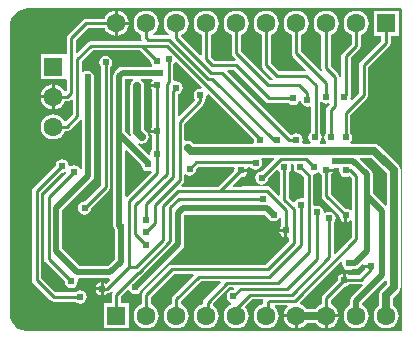
<source format=gbl>
G04*
G04 #@! TF.GenerationSoftware,Altium Limited,Altium Designer,19.0.10 (269)*
G04*
G04 Layer_Physical_Order=2*
G04 Layer_Color=16711680*
%FSTAX25Y25*%
%MOIN*%
G70*
G01*
G75*
%ADD14C,0.02000*%
%ADD56C,0.01000*%
%ADD57C,0.02500*%
%ADD58C,0.06299*%
%ADD59R,0.06299X0.06299*%
%ADD60R,0.06299X0.06299*%
%ADD61C,0.02400*%
G36*
X0222397Y0202456D02*
X0222397Y0202456D01*
X022288Y0202471D01*
X03465D01*
X0346513Y0202473D01*
X0346768Y0202368D01*
X0346873Y0202113D01*
X0346871Y02021D01*
Y00954D01*
X0346873Y0095387D01*
X0346768Y0095132D01*
X0346513Y0095027D01*
X03465Y0095029D01*
X0222988D01*
X022282Y0095029D01*
X0222341Y009504D01*
X022175Y0094962D01*
X0220252Y0095159D01*
X0218856Y0095737D01*
X0217657Y0096657D01*
X0216737Y0097856D01*
X0216159Y0099252D01*
X021604Y0100159D01*
X021604Y0100159D01*
X021604D01*
X0216029Y0100168D01*
Y0196884D01*
X0216044Y0196897D01*
X0216044D01*
X0216044Y0196897D01*
X021612Y019767D01*
X0216461Y0198794D01*
X0217015Y0199831D01*
X021776Y020074D01*
X0218669Y0201485D01*
X0219706Y0202039D01*
X022083Y020238D01*
X02219Y0202486D01*
X0222397Y0202456D01*
D02*
G37*
%LPC*%
G36*
X0252Y020162D02*
Y0198D01*
X025562D01*
X0255543Y0198583D01*
X0255125Y0199593D01*
X025446Y020046D01*
X0253593Y0201125D01*
X0252583Y0201543D01*
X0252Y020162D01*
D02*
G37*
G36*
X025562Y0197D02*
X0252D01*
Y019338D01*
X0252583Y0193457D01*
X0253593Y0193875D01*
X025446Y0194541D01*
X0255125Y0195407D01*
X0255543Y0196417D01*
X025562Y0197D01*
D02*
G37*
G36*
X03315Y0201685D02*
X0330417Y0201543D01*
X0329407Y0201125D01*
X032854Y020046D01*
X0327875Y0199593D01*
X0327457Y0198583D01*
X0327315Y01975D01*
X0327457Y0196417D01*
X0327875Y0195407D01*
X032854Y0194541D01*
X0329407Y0193875D01*
X0329971Y0193642D01*
Y0190633D01*
X0327019Y0187681D01*
X0326687Y0187185D01*
X0326571Y01866D01*
Y0175471D01*
X0326529Y0175447D01*
X0326029Y017573D01*
Y01795D01*
X0325913Y0180085D01*
X0325581Y0180581D01*
X0322929Y0183233D01*
Y0193601D01*
X0323593Y0193875D01*
X032446Y0194541D01*
X0325125Y0195407D01*
X0325543Y0196417D01*
X0325685Y01975D01*
X0325543Y0198583D01*
X0325125Y0199593D01*
X032446Y020046D01*
X0323593Y0201125D01*
X0322583Y0201543D01*
X03215Y0201685D01*
X0320417Y0201543D01*
X0319407Y0201125D01*
X0318541Y020046D01*
X0317875Y0199593D01*
X0317457Y0198583D01*
X0317315Y01975D01*
X0317457Y0196417D01*
X0317875Y0195407D01*
X0318541Y0194541D01*
X0319407Y0193875D01*
X0319871Y0193683D01*
Y01826D01*
X0319987Y0182015D01*
X0320252Y0181618D01*
X0319864Y0181299D01*
X0313029Y0188134D01*
Y0193642D01*
X0313593Y0193875D01*
X0314459Y0194541D01*
X0315125Y0195407D01*
X0315543Y0196417D01*
X0315685Y01975D01*
X0315543Y0198583D01*
X0315125Y0199593D01*
X0314459Y020046D01*
X0313593Y0201125D01*
X0312583Y0201543D01*
X03115Y0201685D01*
X0310417Y0201543D01*
X0309407Y0201125D01*
X0308541Y020046D01*
X0307875Y0199593D01*
X0307457Y0198583D01*
X0307315Y01975D01*
X0307457Y0196417D01*
X0307875Y0195407D01*
X0308541Y0194541D01*
X0309407Y0193875D01*
X0309971Y0193642D01*
Y01875D01*
X0310087Y0186915D01*
X0310419Y0186419D01*
X0314808Y0182029D01*
X0314601Y0181529D01*
X0305633D01*
X0303029Y0184134D01*
Y0193642D01*
X0303593Y0193875D01*
X030446Y0194541D01*
X0305125Y0195407D01*
X0305543Y0196417D01*
X0305685Y01975D01*
X0305543Y0198583D01*
X0305125Y0199593D01*
X030446Y020046D01*
X0303593Y0201125D01*
X0302583Y0201543D01*
X03015Y0201685D01*
X0300417Y0201543D01*
X0299407Y0201125D01*
X029854Y020046D01*
X0297875Y0199593D01*
X0297457Y0198583D01*
X0297315Y01975D01*
X0297457Y0196417D01*
X0297875Y0195407D01*
X029854Y0194541D01*
X0299407Y0193875D01*
X0299971Y0193642D01*
Y01835D01*
X0300087Y0182915D01*
X0300419Y0182419D01*
X0303808Y0179029D01*
X0303671Y0178592D01*
X0303623Y0178529D01*
X0302634D01*
X0293029Y0188134D01*
Y0193642D01*
X0293593Y0193875D01*
X029446Y0194541D01*
X0295125Y0195407D01*
X0295543Y0196417D01*
X0295685Y01975D01*
X0295543Y0198583D01*
X0295125Y0199593D01*
X029446Y020046D01*
X0293593Y0201125D01*
X0292583Y0201543D01*
X02915Y0201685D01*
X0290417Y0201543D01*
X0289407Y0201125D01*
X0288541Y020046D01*
X0287875Y0199593D01*
X0287457Y0198583D01*
X0287315Y01975D01*
X0287457Y0196417D01*
X0287875Y0195407D01*
X0288541Y0194541D01*
X0289407Y0193875D01*
X0289971Y0193642D01*
Y01875D01*
X0290087Y0186915D01*
X0290419Y0186419D01*
X0291308Y0185529D01*
X0291101Y0185029D01*
X0284134D01*
X0283029Y0186134D01*
Y0193642D01*
X0283593Y0193875D01*
X0284459Y0194541D01*
X0285125Y0195407D01*
X0285543Y0196417D01*
X0285685Y01975D01*
X0285543Y0198583D01*
X0285125Y0199593D01*
X0284459Y020046D01*
X0283593Y0201125D01*
X0282583Y0201543D01*
X02815Y0201685D01*
X0280417Y0201543D01*
X0279407Y0201125D01*
X027854Y020046D01*
X0277875Y0199593D01*
X0277457Y0198583D01*
X0277315Y01975D01*
X0277457Y0196417D01*
X0277875Y0195407D01*
X027854Y0194541D01*
X0279407Y0193875D01*
X0279971Y0193642D01*
Y0186821D01*
X0279509Y0186629D01*
X0273029Y0193109D01*
Y0193642D01*
X0273593Y0193875D01*
X027446Y0194541D01*
X0275125Y0195407D01*
X0275543Y0196417D01*
X0275685Y01975D01*
X0275543Y0198583D01*
X0275125Y0199593D01*
X027446Y020046D01*
X0273593Y0201125D01*
X0272583Y0201543D01*
X02715Y0201685D01*
X0270417Y0201543D01*
X0269407Y0201125D01*
X0268541Y020046D01*
X0267875Y0199593D01*
X0267457Y0198583D01*
X0267315Y01975D01*
X0267457Y0196417D01*
X0267875Y0195407D01*
X0268541Y0194541D01*
X0269224Y0194016D01*
X0269193Y019382D01*
X0269037Y0193529D01*
X0263963D01*
X0263793Y0194029D01*
X0264459Y0194541D01*
X0265125Y0195407D01*
X0265543Y0196417D01*
X0265685Y01975D01*
X0265543Y0198583D01*
X0265125Y0199593D01*
X0264459Y020046D01*
X0263593Y0201125D01*
X0262583Y0201543D01*
X02615Y0201685D01*
X0260417Y0201543D01*
X0259407Y0201125D01*
X0258541Y020046D01*
X0257875Y0199593D01*
X0257457Y0198583D01*
X0257315Y01975D01*
X0257457Y0196417D01*
X0257875Y0195407D01*
X0258541Y0194541D01*
X0259407Y0193875D01*
X0259771Y0193725D01*
Y01928D01*
X0259887Y0192215D01*
X0260011Y0192029D01*
X0259744Y0191529D01*
X0243D01*
X0242415Y0191413D01*
X0241919Y0191081D01*
X0238491Y0187654D01*
X0238029Y0187846D01*
Y0191918D01*
X0242082Y0195971D01*
X0247642D01*
X0247875Y0195407D01*
X024854Y0194541D01*
X0249407Y0193875D01*
X0250417Y0193457D01*
X0251Y019338D01*
Y01975D01*
Y020162D01*
X0250417Y0201543D01*
X0249407Y0201125D01*
X024854Y020046D01*
X0247875Y0199593D01*
X0247642Y0199029D01*
X0241449D01*
X0240863Y0198913D01*
X0240367Y0198581D01*
X0235419Y0193633D01*
X0235087Y0193137D01*
X0234971Y0192551D01*
Y0187517D01*
X023465Y018715D01*
X0234471Y018715D01*
X022635D01*
Y017885D01*
X0234471D01*
X023465Y017885D01*
X0234971Y0178483D01*
Y0175233D01*
X0234659Y0174967D01*
X0234127Y0175088D01*
X0234125Y0175093D01*
X0233459Y017596D01*
X0232593Y0176625D01*
X0231583Y0177043D01*
X0231Y017712D01*
Y0173D01*
Y016888D01*
X0231583Y0168957D01*
X0232593Y0169375D01*
X0233459Y0170041D01*
X0234125Y0170907D01*
X0234358Y0171471D01*
X023515D01*
X0235735Y0171587D01*
X0236231Y0171919D01*
X0236509Y0172196D01*
X0236971Y0172005D01*
Y0167133D01*
X0234743Y0164906D01*
X0234153Y0165023D01*
X0234125Y0165093D01*
X0233459Y016596D01*
X0232593Y0166625D01*
X0231583Y0167043D01*
X02305Y0167185D01*
X0229417Y0167043D01*
X0228407Y0166625D01*
X022754Y016596D01*
X0226875Y0165093D01*
X0226457Y0164083D01*
X0226315Y0163D01*
X0226457Y0161917D01*
X0226875Y0160907D01*
X022754Y016004D01*
X0228407Y0159375D01*
X0229417Y0158957D01*
X02305Y0158815D01*
X0231583Y0158957D01*
X0232593Y0159375D01*
X0233459Y016004D01*
X0234125Y0160907D01*
X0234358Y0161471D01*
X0235D01*
X0235585Y0161587D01*
X0236081Y0161919D01*
X0239461Y0165298D01*
X0239937Y0165136D01*
X0239961Y0165117D01*
Y0156121D01*
X0240082Y0155512D01*
Y0148859D01*
X0239582Y014881D01*
X0239572Y0148858D01*
X0239086Y0149586D01*
X0238358Y0150072D01*
X02375Y0150243D01*
X0236642Y0150072D01*
X023621Y0149784D01*
X0235964Y0149898D01*
X023573Y0150065D01*
X0235572Y0150858D01*
X0235086Y0151586D01*
X0234358Y0152072D01*
X02335Y0152243D01*
X0232642Y0152072D01*
X0231914Y0151586D01*
X0231428Y0150858D01*
X0231257Y015D01*
X023127Y0149933D01*
X0223919Y0142581D01*
X0223587Y0142085D01*
X0223471Y01415D01*
Y0111914D01*
X0223587Y0111329D01*
X0223919Y0110833D01*
X0229533Y0105219D01*
X0230029Y0104887D01*
X0230614Y0104771D01*
X0237876D01*
X0237914Y0104714D01*
X0238642Y0104228D01*
X02395Y0104057D01*
X0240358Y0104228D01*
X0241086Y0104714D01*
X0241572Y0105442D01*
X0241743Y01063D01*
X0241572Y0107158D01*
X0241086Y0107886D01*
X0240358Y0108372D01*
X02395Y0108543D01*
X0238642Y0108372D01*
X0237914Y0107886D01*
X0237876Y0107829D01*
X0231248D01*
X0226529Y0112548D01*
Y0140866D01*
X0233433Y014777D01*
X02335Y0147757D01*
X0234358Y0147928D01*
X023438Y0147942D01*
X0234923Y0147753D01*
X0234946Y0147719D01*
X0234913Y0147576D01*
X0227919Y0140581D01*
X0227587Y0140085D01*
X0227471Y01395D01*
Y0119D01*
X0227587Y0118415D01*
X0227919Y0117919D01*
X023427Y0111567D01*
X0234257Y01115D01*
X0234428Y0110642D01*
X0234914Y0109914D01*
X0235642Y0109428D01*
X02365Y0109257D01*
X0237358Y0109428D01*
X0238086Y0109914D01*
X0238572Y0110642D01*
X0238743Y01115D01*
X0238651Y0111961D01*
X0239059Y0112461D01*
X0249091D01*
X0249298Y0111961D01*
X0248096Y0110759D01*
X0247626Y0111072D01*
X0247268Y0111144D01*
Y0109D01*
Y0106856D01*
X0247626Y0106928D01*
X0248354Y0107414D01*
X0248392Y0107471D01*
X02485D01*
X0249085Y0107587D01*
X0249581Y0107919D01*
X0249898Y0108236D01*
X0250287Y0107917D01*
X0250087Y0107618D01*
X0249971Y0107033D01*
Y010415D01*
X024735D01*
Y009585D01*
X025565D01*
Y010415D01*
X0253029D01*
Y0106399D01*
X0255247Y0108617D01*
X025582Y0108482D01*
X02562Y0107914D01*
X0256927Y0107428D01*
X0257786Y0107257D01*
X0258644Y0107428D01*
X0259372Y0107914D01*
X0259858Y0108642D01*
X025987Y01087D01*
X0273605Y0122435D01*
X0273605Y0122435D01*
X0274047Y0123097D01*
X0274202Y0123877D01*
X0274202Y0123877D01*
Y0133492D01*
X0274471Y0133761D01*
X0301015D01*
X0302051Y0132725D01*
X0302414Y0132182D01*
X0303142Y0131695D01*
X0304Y0131525D01*
X0304858Y0131695D01*
X0305586Y0132182D01*
X0305971Y0132757D01*
X0306471Y0132606D01*
Y0130124D01*
X0306414Y0130086D01*
X0305928Y0129358D01*
X0305856Y0129D01*
X0308D01*
Y01285D01*
X03085D01*
Y0126356D01*
X0308671Y012639D01*
X0309171Y0126081D01*
Y0124834D01*
X0301366Y0117029D01*
X027D01*
X0269415Y0116913D01*
X0268919Y0116581D01*
X0260419Y0108081D01*
X0260087Y0107585D01*
X0259971Y0107D01*
Y0103858D01*
X0259407Y0103625D01*
X0258541Y010296D01*
X0257875Y0102093D01*
X0257457Y0101083D01*
X0257315Y01D01*
X0257457Y0098917D01*
X0257875Y0097907D01*
X0258541Y009704D01*
X0259407Y0096375D01*
X0260417Y0095957D01*
X02615Y0095815D01*
X0262583Y0095957D01*
X0263593Y0096375D01*
X0264459Y009704D01*
X0265125Y0097907D01*
X0265543Y0098917D01*
X0265685Y01D01*
X0265543Y0101083D01*
X0265125Y0102093D01*
X0264459Y010296D01*
X0263593Y0103625D01*
X0263029Y0103858D01*
Y0106367D01*
X0270634Y0113971D01*
X0277154D01*
X0277346Y0113509D01*
X0270419Y0106581D01*
X0270087Y0106085D01*
X0269971Y01055D01*
Y0103858D01*
X0269407Y0103625D01*
X0268541Y010296D01*
X0267875Y0102093D01*
X0267457Y0101083D01*
X0267315Y01D01*
X0267457Y0098917D01*
X0267875Y0097907D01*
X0268541Y009704D01*
X0269407Y0096375D01*
X0270417Y0095957D01*
X02715Y0095815D01*
X0272583Y0095957D01*
X0273593Y0096375D01*
X027446Y009704D01*
X0275125Y0097907D01*
X0275543Y0098917D01*
X0275685Y01D01*
X0275543Y0101083D01*
X0275125Y0102093D01*
X027446Y010296D01*
X0273593Y0103625D01*
X0273029Y0103858D01*
Y0104867D01*
X0279633Y0111471D01*
X028624D01*
X0286432Y0111009D01*
X0280919Y0105496D01*
X0280587Y0104999D01*
X0280471Y0104414D01*
Y010405D01*
X0280417Y0104043D01*
X0279407Y0103625D01*
X027854Y010296D01*
X0277875Y0102093D01*
X0277457Y0101083D01*
X0277315Y01D01*
X0277457Y0098917D01*
X0277875Y0097907D01*
X027854Y009704D01*
X0279407Y0096375D01*
X0280417Y0095957D01*
X02815Y0095815D01*
X0282583Y0095957D01*
X0283593Y0096375D01*
X0284459Y009704D01*
X0285125Y0097907D01*
X0285543Y0098917D01*
X0285685Y01D01*
X0285543Y0101083D01*
X0285125Y0102093D01*
X0284459Y010296D01*
X0283862Y0103418D01*
X0283798Y0104037D01*
X028381Y0104061D01*
X0289219Y0109471D01*
X0290439D01*
X0290659Y0108972D01*
X0290465Y0108736D01*
X0289642Y0108572D01*
X0288914Y0108086D01*
X0288428Y0107358D01*
X0288257Y01065D01*
X0288428Y0105642D01*
X0288914Y0104914D01*
X0289642Y0104428D01*
X028991Y0104374D01*
X0289962Y0103854D01*
X0289407Y0103625D01*
X0288541Y010296D01*
X0287875Y0102093D01*
X0287457Y0101083D01*
X0287315Y01D01*
X0287457Y0098917D01*
X0287875Y0097907D01*
X0288541Y009704D01*
X0289407Y0096375D01*
X0290417Y0095957D01*
X02915Y0095815D01*
X0292583Y0095957D01*
X0293593Y0096375D01*
X029446Y009704D01*
X0295125Y0097907D01*
X0295543Y0098917D01*
X0295685Y01D01*
X0295543Y0101083D01*
X0295125Y0102093D01*
X029446Y010296D01*
X0294444Y0103195D01*
X0296719Y0105471D01*
X0300326D01*
X0300582Y0105058D01*
X0300581Y0104971D01*
X0300471Y0104414D01*
Y010405D01*
X0300417Y0104043D01*
X0299407Y0103625D01*
X029854Y010296D01*
X0297875Y0102093D01*
X0297457Y0101083D01*
X0297315Y01D01*
X0297457Y0098917D01*
X0297875Y0097907D01*
X029854Y009704D01*
X0299407Y0096375D01*
X0300417Y0095957D01*
X03015Y0095815D01*
X0302583Y0095957D01*
X0303593Y0096375D01*
X030446Y009704D01*
X0305125Y0097907D01*
X0305543Y0098917D01*
X0305685Y01D01*
X0305543Y0101083D01*
X0305125Y0102093D01*
X030446Y010296D01*
X0304411Y0102997D01*
X0304571Y0103471D01*
X0308429D01*
X030859Y0102997D01*
X0308541Y010296D01*
X0307875Y0102093D01*
X0307457Y0101083D01*
X030738Y01005D01*
X03115D01*
Y01D01*
X0312D01*
Y009588D01*
X0312583Y0095957D01*
X0313593Y0096375D01*
X0314459Y009704D01*
X031497Y0097706D01*
X031803D01*
X0318541Y009704D01*
X0319407Y0096375D01*
X0320417Y0095957D01*
X0321Y009588D01*
Y01D01*
X03215D01*
Y01005D01*
X032562D01*
X0325543Y0101083D01*
X0325125Y0102093D01*
X032446Y010296D01*
X0323593Y0103625D01*
X0323029Y0103858D01*
Y0105367D01*
X0327433Y010977D01*
X03275Y0109757D01*
X0328358Y0109928D01*
X0329086Y0110414D01*
X0329124Y0110471D01*
X0333D01*
X0333474Y0110565D01*
X0333758Y0110178D01*
X0333769Y0110152D01*
X0330058Y0106442D01*
X0329616Y010578D01*
X0329461Y0105D01*
Y0103647D01*
X0329407Y0103625D01*
X032854Y010296D01*
X0327875Y0102093D01*
X0327457Y0101083D01*
X0327315Y01D01*
X0327457Y0098917D01*
X0327875Y0097907D01*
X032854Y009704D01*
X0329407Y0096375D01*
X0330417Y0095957D01*
X03315Y0095815D01*
X0332583Y0095957D01*
X0333593Y0096375D01*
X0334459Y009704D01*
X0335125Y0097907D01*
X0335543Y0098917D01*
X0335685Y01D01*
X0335543Y0101083D01*
X0335125Y0102093D01*
X0334459Y010296D01*
X0333593Y0103625D01*
X0333539Y0103647D01*
Y0104155D01*
X0341206Y0111822D01*
X0341706Y0111615D01*
Y011045D01*
X0339878Y0108622D01*
X0339381Y0107878D01*
X0339206Y0107D01*
Y010347D01*
X0338541Y010296D01*
X0337875Y0102093D01*
X0337457Y0101083D01*
X0337315Y01D01*
X0337457Y0098917D01*
X0337875Y0097907D01*
X0338541Y009704D01*
X0339407Y0096375D01*
X0340417Y0095957D01*
X03415Y0095815D01*
X0342583Y0095957D01*
X0343593Y0096375D01*
X034446Y009704D01*
X0345125Y0097907D01*
X0345543Y0098917D01*
X0345685Y01D01*
X0345543Y0101083D01*
X0345125Y0102093D01*
X034446Y010296D01*
X0343794Y010347D01*
Y010605D01*
X0345622Y0107878D01*
X0346119Y0108622D01*
X0346294Y01095D01*
Y01485D01*
X0346119Y0149378D01*
X0345622Y0150122D01*
X0339072Y0156672D01*
X0338328Y0157169D01*
X033745Y0157344D01*
X0329633D01*
X0329482Y0157844D01*
X0329586Y0157914D01*
X0330072Y0158642D01*
X0330243Y01595D01*
X0330072Y0160358D01*
X0329586Y0161086D01*
X0329529Y0161124D01*
Y0167067D01*
X0335081Y0172619D01*
X0335413Y0173115D01*
X0335529Y01737D01*
Y0182867D01*
X0342481Y0189819D01*
X0342813Y0190315D01*
X0342929Y01909D01*
Y019335D01*
X034565D01*
Y020165D01*
X033735D01*
Y019335D01*
X0339871D01*
Y0191534D01*
X0332919Y0184581D01*
X0332587Y0184085D01*
X0332471Y01835D01*
Y0174334D01*
X0329962Y0171825D01*
X0329572Y0172142D01*
X0329743Y0173D01*
X0329627Y0173586D01*
X0329629Y01736D01*
Y0185967D01*
X0332581Y0188919D01*
X0332913Y0189415D01*
X0333029Y019D01*
Y0193642D01*
X0333593Y0193875D01*
X0334459Y0194541D01*
X0335125Y0195407D01*
X0335543Y0196417D01*
X0335685Y01975D01*
X0335543Y0198583D01*
X0335125Y0199593D01*
X0334459Y020046D01*
X0333593Y0201125D01*
X0332583Y0201543D01*
X03315Y0201685D01*
D02*
G37*
G36*
X023Y017712D02*
X0229417Y0177043D01*
X0228407Y0176625D01*
X022754Y017596D01*
X0226875Y0175093D01*
X0226457Y0174083D01*
X022638Y01735D01*
X023D01*
Y017712D01*
D02*
G37*
G36*
Y01725D02*
X022638D01*
X0226457Y0171917D01*
X0226875Y0170907D01*
X022754Y0170041D01*
X0228407Y0169375D01*
X0229417Y0168957D01*
X023Y016888D01*
Y01725D01*
D02*
G37*
G36*
X03075Y0128D02*
X0305856D01*
X0305928Y0127642D01*
X0306414Y0126914D01*
X0307142Y0126428D01*
X03075Y0126356D01*
Y0128D01*
D02*
G37*
G36*
X0246268Y0111144D02*
X0245909Y0111072D01*
X0245182Y0110586D01*
X0244695Y0109858D01*
X0244624Y01095D01*
X0246268D01*
Y0111144D01*
D02*
G37*
G36*
Y01085D02*
X0244624D01*
X0244695Y0108142D01*
X0245182Y0107414D01*
X0245909Y0106928D01*
X0246268Y0106856D01*
Y01085D01*
D02*
G37*
G36*
X032562Y00995D02*
X0322D01*
Y009588D01*
X0322583Y0095957D01*
X0323593Y0096375D01*
X032446Y009704D01*
X0325125Y0097907D01*
X0325543Y0098917D01*
X032562Y00995D01*
D02*
G37*
G36*
X0311D02*
X030738D01*
X0307457Y0098917D01*
X0307875Y0097907D01*
X0308541Y009704D01*
X0309407Y0096375D01*
X0310417Y0095957D01*
X0311Y009588D01*
Y00995D01*
D02*
G37*
%LPD*%
G36*
X0280003Y0176153D02*
X0279756Y0175692D01*
X02795Y0175743D01*
X0278642Y0175572D01*
X0277914Y0175086D01*
X0277428Y0174358D01*
X0277257Y01735D01*
X0277428Y0172642D01*
X0277849Y0172011D01*
X0272491Y0166654D01*
X0272029Y0166846D01*
Y0173862D01*
X0272358Y0173928D01*
X0273086Y0174414D01*
X0273572Y0175142D01*
X0273743Y0176D01*
X0273572Y0176858D01*
X0273086Y0177586D01*
X0272358Y0178072D01*
X02715Y0178243D01*
X0271029Y0178149D01*
X0270529Y0178553D01*
Y0183876D01*
X0270586Y0183914D01*
X0270966Y0184482D01*
X0271538Y0184617D01*
X0280003Y0176153D01*
D02*
G37*
G36*
X0257385Y0178461D02*
X0256878Y0178122D01*
X0256381Y0177378D01*
X0256206Y01765D01*
Y0161221D01*
X0256381Y0160343D01*
X0256472Y0160205D01*
X0256084Y0159887D01*
X0254539Y0161431D01*
Y0178961D01*
X0257233D01*
X0257385Y0178461D01*
D02*
G37*
G36*
X0263632D02*
X0263563Y0178414D01*
X0263076Y0177687D01*
X0263005Y0177328D01*
X0265149D01*
Y0176328D01*
X0263005D01*
X0263076Y017597D01*
X0263545Y0175269D01*
Y0163174D01*
X0263414Y0163086D01*
X0262928Y0162358D01*
X0262856Y0162D01*
X0265D01*
Y0161D01*
X0262856D01*
X0262928Y0160642D01*
X0263414Y0159914D01*
X0263508Y0159851D01*
Y0155599D01*
X0263488Y0155586D01*
X0263002Y0154858D01*
X0262831Y0154D01*
X026287Y0153808D01*
X0262409Y0153562D01*
X0258666Y0157304D01*
X0258985Y0157693D01*
X0259122Y0157601D01*
X026Y0157426D01*
X0260878Y0157601D01*
X0261622Y0158098D01*
X026212Y0158843D01*
X0262294Y0159721D01*
X026212Y0160598D01*
X0261622Y0161343D01*
X0260794Y0162171D01*
Y01765D01*
X0260619Y0177378D01*
X0260122Y0178122D01*
X0259615Y0178461D01*
X0259767Y0178961D01*
X026348D01*
X0263632Y0178461D01*
D02*
G37*
G36*
X0320642Y0170928D02*
X03215Y0170757D01*
X0322194Y0170895D01*
X0322639Y0170667D01*
X0322735Y0170578D01*
X0322761Y0170363D01*
X0321919Y0169521D01*
X0321587Y0169025D01*
X0321471Y0168439D01*
Y0161124D01*
X0321414Y0161086D01*
X0320928Y0160358D01*
X0320757Y01595D01*
X0320928Y0158642D01*
X0321414Y0157914D01*
X0321518Y0157844D01*
X0321367Y0157344D01*
X0319413D01*
X0319261Y0157844D01*
X0319366Y0157914D01*
X0319852Y0158642D01*
X0320023Y01595D01*
X0319852Y0160358D01*
X0319529Y0160841D01*
Y0171158D01*
X0320029Y0171337D01*
X0320642Y0170928D01*
D02*
G37*
G36*
X0301419Y0171419D02*
X0301915Y0171087D01*
X03025Y0170971D01*
X0308876D01*
X0308914Y0170914D01*
X0309642Y0170428D01*
X03105Y0170257D01*
X0311358Y0170428D01*
X0312086Y0170914D01*
X0312546Y0171603D01*
X0312703Y0171619D01*
X0313065Y0171557D01*
X0313148Y0171142D01*
X0313634Y0170414D01*
X0314362Y0169928D01*
X031522Y0169757D01*
X0315971Y0169906D01*
X0316471Y0169634D01*
Y0161271D01*
X0316193Y0161086D01*
X0315707Y0160358D01*
X0315536Y01595D01*
X0315707Y0158642D01*
X0316193Y0157914D01*
X0316298Y0157844D01*
X0316146Y0157344D01*
X0313775D01*
X0313539Y0157785D01*
X0313572Y0157834D01*
X0313743Y0158693D01*
X0313572Y0159551D01*
X0313086Y0160279D01*
X0312358Y0160765D01*
X03115Y0160936D01*
X0310642Y0160765D01*
X0309914Y0160279D01*
X0309461Y0160502D01*
X0288454Y0181509D01*
X0288646Y0181971D01*
X0290866D01*
X0301419Y0171419D01*
D02*
G37*
G36*
X0297291Y0158864D02*
X0297257Y0158693D01*
X0297428Y0157834D01*
X0297461Y0157785D01*
X0297225Y0157344D01*
X0277345D01*
X0277067Y0157622D01*
X0276323Y0158119D01*
X0275445Y0158294D01*
X0274724Y0158151D01*
X0274224Y0158446D01*
Y0164061D01*
X0280581Y0170419D01*
X0280913Y0170915D01*
X0281029Y01715D01*
Y0171876D01*
X0281086Y0171914D01*
X0281572Y0172642D01*
X0281743Y01735D01*
X0281692Y0173756D01*
X0282153Y0174003D01*
X0297291Y0158864D01*
D02*
G37*
G36*
X0325873Y0149037D02*
X0325765Y0148492D01*
X0325936Y0147634D01*
X0326422Y0146906D01*
X032715Y014642D01*
X0328008Y0146249D01*
X0328866Y014642D01*
X0329197Y0146641D01*
X0329971Y0145867D01*
Y0135342D01*
X0329471Y0135163D01*
X0328858Y0135572D01*
X0328Y0135743D01*
X0327933Y013573D01*
X0323029Y0140633D01*
Y0146876D01*
X0323086Y0146914D01*
X0323572Y0147642D01*
X0323644Y0148D01*
X03215D01*
Y0149D01*
X0323801D01*
X0324095Y0149294D01*
X0324282Y0149257D01*
X032514Y0149428D01*
X0325304Y0149537D01*
X0325505D01*
X0325873Y0149037D01*
D02*
G37*
G36*
X0304356Y0152294D02*
X0300255Y0148193D01*
X03Y0148243D01*
X0299142Y0148072D01*
X0298414Y0147586D01*
X0297928Y0146858D01*
X0297757Y0146D01*
X0297928Y0145142D01*
X0298414Y0144414D01*
X0299142Y0143928D01*
X03Y0143757D01*
X0300858Y0143928D01*
X0301586Y0144414D01*
X0302072Y0145142D01*
X0302207Y0145819D01*
X0305005Y0148617D01*
X0305577Y0148482D01*
X0305957Y0147914D01*
X0306014Y0147876D01*
Y0140121D01*
X0305552Y0139929D01*
X03027Y0142781D01*
X0302204Y0143113D01*
X0301618Y0143229D01*
X0293963D01*
X0293378Y0143113D01*
X0293313Y014307D01*
X0290494D01*
X0290302Y0143532D01*
X0293033Y0146262D01*
X02931Y0146249D01*
X0293958Y014642D01*
X0294686Y0146906D01*
X0295172Y0147634D01*
X0295244Y0147992D01*
X02931D01*
Y0148992D01*
X0295244D01*
X029521Y0149163D01*
X0295519Y0149663D01*
X0296248D01*
X0296414Y0149414D01*
X0297142Y0148928D01*
X0298Y0148757D01*
X0298858Y0148928D01*
X0299586Y0149414D01*
X0300072Y0150142D01*
X0300243Y0151D01*
X0300072Y0151858D01*
X0299807Y0152256D01*
X0300074Y0152756D01*
X0304165D01*
X0304356Y0152294D01*
D02*
G37*
G36*
X029099Y0149163D02*
X0290857Y0148492D01*
X029087Y0148425D01*
X0285515Y014307D01*
X0273386D01*
X0273195Y0143532D01*
X0273776Y0144113D01*
X0274108Y014461D01*
X0274224Y0145195D01*
Y0146939D01*
X0274724Y0147206D01*
X0275142Y0146928D01*
X0276Y0146757D01*
X0276858Y0146928D01*
X0277586Y0147414D01*
X0278072Y0148142D01*
X0278243Y0149D01*
X027823Y0149067D01*
X0278826Y0149663D01*
X0290681D01*
X029099Y0149163D01*
D02*
G37*
G36*
X0259766Y0150437D02*
X0259928Y0149623D01*
X0260414Y0148896D01*
X0261142Y0148409D01*
X0262Y0148239D01*
X0262688Y0148375D01*
X0263146Y0148147D01*
X026324Y0148063D01*
X026326Y0147923D01*
X0255039Y0139702D01*
X0254539Y0139909D01*
Y015501D01*
X0255001Y0155202D01*
X0259766Y0150437D01*
D02*
G37*
G36*
X0310804Y0150257D02*
X031067Y0149587D01*
X0310841Y0148728D01*
X0311327Y0148001D01*
X0312055Y0147514D01*
X0312913Y0147344D01*
X031298Y0147357D01*
X0314171Y0146167D01*
Y0139419D01*
X0313671Y013911D01*
X0313Y0139243D01*
X0312142Y0139072D01*
X0311414Y0138586D01*
X0311034Y0138018D01*
X0310461Y0137883D01*
X0309073Y0139272D01*
Y0147876D01*
X0309129Y0147914D01*
X0309616Y0148642D01*
X0309786Y01495D01*
X0309636Y0150257D01*
X0309905Y0150757D01*
X0310494D01*
X0310804Y0150257D01*
D02*
G37*
G36*
X0341706Y014755D02*
Y0136885D01*
X0341206Y0136678D01*
X0337039Y0140845D01*
Y0147112D01*
X0337039Y0147112D01*
X0336884Y0147892D01*
X0336442Y0148554D01*
X0332702Y0152294D01*
X0332893Y0152756D01*
X03365D01*
X0341706Y014755D01*
D02*
G37*
G36*
X0319422Y0147671D02*
X0319428Y0147642D01*
X0319914Y0146914D01*
X0319971Y0146876D01*
Y014D01*
X0320087Y0139415D01*
X0320419Y0138919D01*
X032577Y0133567D01*
X0325757Y01335D01*
X0325928Y0132642D01*
X0326414Y0131914D01*
X0327142Y0131428D01*
X03275Y0131356D01*
Y01335D01*
X03285D01*
Y0131356D01*
X0328858Y0131428D01*
X0329471Y0131837D01*
X0329971Y0131658D01*
Y0126134D01*
X0324491Y0120654D01*
X0324029Y0120846D01*
Y0130876D01*
X0324086Y0130914D01*
X0324572Y0131642D01*
X0324743Y01325D01*
X0324572Y0133358D01*
X0324086Y0134086D01*
X0323358Y0134572D01*
X03225Y0134743D01*
X0321642Y0134572D01*
X032121Y0134284D01*
X0320964Y0134398D01*
X032073Y0134565D01*
X0320572Y0135358D01*
X0320086Y0136086D01*
X0319358Y0136572D01*
X03185Y0136743D01*
X0317729Y013659D01*
X0317229Y0136853D01*
Y01468D01*
X0317211Y0146891D01*
X0317353Y0147113D01*
X0317626Y0147369D01*
X0318358Y0147514D01*
X0318875Y0147859D01*
X0319422Y0147671D01*
D02*
G37*
G36*
X0262919Y0185067D02*
X0262906Y0185001D01*
X0263076Y0184142D01*
X0263479Y0183539D01*
X0263293Y0183039D01*
X0253672D01*
X0252891Y0182884D01*
X025223Y0182442D01*
X025223Y0182442D01*
X0251058Y018127D01*
X0250616Y0180609D01*
X0250461Y0179828D01*
Y0160587D01*
Y0130086D01*
X0250616Y0129305D01*
X0250994Y012874D01*
X0251013Y0128642D01*
X0251047Y0128592D01*
Y011893D01*
X0248655Y0116539D01*
X0239345D01*
X0233539Y0122345D01*
Y0135155D01*
X0243563Y0145179D01*
X0244005Y0145841D01*
X024416Y0146621D01*
Y0156D01*
X024416Y0156D01*
X0244039Y0156609D01*
Y0178592D01*
X0244072Y0178642D01*
X0244243Y01795D01*
X0244072Y0180358D01*
X0243586Y0181086D01*
X0242858Y0181572D01*
X0242Y0181743D01*
X0241142Y0181572D01*
X0240529Y0181163D01*
X0240029Y0181342D01*
Y0184866D01*
X0243634Y0188471D01*
X0259516D01*
X0262919Y0185067D01*
D02*
G37*
G36*
X0326853Y0117983D02*
X0326757Y01175D01*
X0326928Y0116642D01*
X0327414Y0115914D01*
X0328142Y0115428D01*
X0329Y0115257D01*
X0329858Y0115428D01*
X0330023Y0115537D01*
X0331077D01*
X0331857Y0115693D01*
X0332518Y0116135D01*
X0333747Y0117363D01*
X033388Y0117351D01*
X0334143Y0117D01*
X0336463D01*
Y0116D01*
X033432D01*
X0334391Y0115642D01*
X0334426Y0115589D01*
X0332366Y0113529D01*
X0329124D01*
X0329086Y0113586D01*
X0328358Y0114072D01*
X0328Y0114144D01*
Y0112D01*
X0327D01*
Y0114144D01*
X0326642Y0114072D01*
X0325914Y0113586D01*
X0325428Y0112858D01*
X0325257Y0112D01*
X032527Y0111933D01*
X0320419Y0107081D01*
X0320087Y0106585D01*
X0319971Y0106D01*
Y0103858D01*
X0319407Y0103625D01*
X0318541Y010296D01*
X031803Y0102294D01*
X031497D01*
X0314459Y010296D01*
X0313593Y0103625D01*
X0312816Y0103946D01*
X0312668Y0104505D01*
X0326392Y0118229D01*
X0326853Y0117983D01*
D02*
G37*
%LPC*%
G36*
X0248Y0186743D02*
X0247142Y0186572D01*
X0246414Y0186086D01*
X0245928Y0185358D01*
X0245757Y01845D01*
X0245928Y0183642D01*
X0246414Y0182914D01*
X0246471Y0182876D01*
Y0143685D01*
X0241016Y013823D01*
X0240949Y0138243D01*
X024009Y0138072D01*
X0239363Y0137586D01*
X0238877Y0136858D01*
X0238706Y0136D01*
X0238877Y0135142D01*
X0239363Y0134414D01*
X024009Y0133928D01*
X0240949Y0133757D01*
X0241807Y0133928D01*
X0242535Y0134414D01*
X0243021Y0135142D01*
X0243192Y0136D01*
X0243179Y0136067D01*
X0249081Y014197D01*
X0249413Y0142466D01*
X0249529Y0143051D01*
Y0182876D01*
X0249586Y0182914D01*
X0250072Y0183642D01*
X0250243Y01845D01*
X0250072Y0185358D01*
X0249586Y0186086D01*
X0248858Y0186572D01*
X0248Y0186743D01*
D02*
G37*
%LPD*%
D14*
X0273626Y01358D02*
X030186D01*
X0272163Y0134337D02*
X0273626Y01358D01*
X0272163Y0123877D02*
Y0134337D01*
X0257786Y01095D02*
X0272163Y0123877D01*
X0253672Y0181D02*
X0266D01*
X030186Y01358D02*
X0303815Y0133844D01*
X0303924D01*
X0304Y0133768D01*
X02385Y01145D02*
X02495D01*
X02315Y01215D02*
X02385Y01145D01*
X02315Y01215D02*
Y0136D01*
X0253086Y0118086D02*
Y01295D01*
X02525Y0130086D02*
X0253086Y01295D01*
X02495Y01145D02*
X0253086Y0118086D01*
X02525Y0130086D02*
Y0160587D01*
X0262Y0150482D02*
Y0151087D01*
X02525Y0160587D02*
X0262Y0151087D01*
X02525Y0160587D02*
Y0179828D01*
X0253672Y0181D01*
X0326682Y0151692D02*
X033042D01*
X0326567Y0151576D02*
X0326682Y0151692D01*
X0324358Y0151576D02*
X0326567D01*
X0324282Y01515D02*
X0324358Y0151576D01*
X033042Y0151692D02*
X0335Y0147112D01*
X0331077Y0117577D02*
X0335Y01215D01*
X0329077Y0117577D02*
X0331077D01*
X0329Y01175D02*
X0329077Y0117577D01*
X0335Y01215D02*
Y014D01*
X034Y01135D02*
Y0135D01*
X03315Y0105D02*
X034Y01135D01*
X03315Y01D02*
Y0105D01*
X0335Y014D02*
X034Y0135D01*
X0242Y0156121D02*
X0242121Y0156D01*
X0242Y0156121D02*
Y01795D01*
X0242121Y0146621D02*
Y0156D01*
X02315Y0136D02*
X0242121Y0146621D01*
X0335Y014D02*
Y0147112D01*
D56*
X02868Y0181D02*
X0309107Y0158693D01*
X0282975Y0181D02*
X02868D01*
X0309107Y0158693D02*
X03115D01*
X02613Y01928D02*
X02621Y0192D01*
X02613Y01928D02*
Y01973D01*
X02615Y01975D01*
X02715Y0192475D02*
X0282975Y0181D01*
X02715Y0192475D02*
Y01975D01*
X02815Y0185501D02*
Y01975D01*
X02915Y01875D02*
X0302Y0177D01*
X02915Y01875D02*
Y01975D01*
X03015Y01835D02*
X0305Y018D01*
X03015Y01835D02*
Y01975D01*
X03214Y01969D02*
X0322Y01975D01*
X03214Y01826D02*
Y01969D01*
X03115Y01875D02*
X03215Y01775D01*
X03115Y0197D02*
X0312Y01975D01*
X03115Y0197D02*
Y01975D01*
Y01875D02*
Y0197D01*
X03214Y01826D02*
X03245Y01795D01*
X03414Y01969D02*
X0342Y01975D01*
X0334Y01737D02*
Y01835D01*
X0328Y01595D02*
Y01677D01*
X0334Y01737D01*
X03281Y01866D02*
X03315Y019D01*
Y01975D01*
X03281Y01736D02*
Y01866D01*
X03275Y0173D02*
X03281Y01736D01*
X03414Y01909D02*
Y01969D01*
X0334Y01835D02*
X03414Y01909D01*
X0307543Y0138638D02*
X03107Y0135482D01*
X0307543Y0138638D02*
Y01495D01*
X03107Y01242D02*
Y0135482D01*
X0302Y01155D02*
X03107Y01242D01*
X027Y01155D02*
X0302D01*
X0293963Y01417D02*
X0301618D01*
X0308Y0135318D01*
Y01285D02*
Y0135318D01*
X0293803Y014154D02*
X0293963Y01417D01*
X0286148Y014154D02*
X0293803D01*
X0267Y01365D02*
X027204Y014154D01*
X0267Y0125182D02*
Y01365D01*
X0258104Y0116286D02*
X0267Y0125182D01*
X02695Y0136172D02*
X0272328Y0139D01*
X02695Y0124853D02*
Y0136172D01*
X0258933Y0114286D02*
X02695Y0124853D01*
X0272328Y0139D02*
X03005D01*
X027204Y014154D02*
X0286148D01*
X0272695Y0145195D02*
Y0164695D01*
X0264318Y0136818D02*
X0272695Y0145195D01*
X0264318Y0130818D02*
Y0136818D01*
X02705Y0146351D02*
Y0175D01*
X02615Y0137351D02*
X02705Y0146351D01*
X02615Y0132D02*
Y0137351D01*
X02515Y01D02*
Y0107033D01*
X0258753Y0114286D02*
X0258933D01*
X02515Y0107033D02*
X0258753Y0114286D01*
X0255786Y0116286D02*
X0258104D01*
X0286148Y014154D02*
X02931Y0148492D01*
X02615Y0128D02*
X0264318Y0130818D01*
X0257786Y0127214D02*
X02615Y01235D01*
X0297808Y0151192D02*
X0298Y0151D01*
X0278192Y0151192D02*
X0297808D01*
X0276Y0149D02*
X0278192Y0151192D01*
X0268318Y019D02*
X02995Y0158818D01*
X0282147Y0179D02*
X02835D01*
X0269147Y0192D02*
X0282147Y0179D01*
X0283501Y01835D02*
X02915D01*
X02815Y0185501D02*
X0283501Y01835D01*
X02915D02*
X03025Y01725D01*
X02835Y0179D02*
X0304Y01585D01*
X02995Y0158693D02*
Y0158818D01*
X02621Y0192D02*
X0269147D01*
X0260149Y019D02*
X0268318D01*
X0265074Y0176754D02*
X0265149Y0176828D01*
X0269Y0178D02*
Y01855D01*
X0260149Y019D02*
X0265149Y0185001D01*
X0268318Y0177318D02*
X0269Y0178D01*
X0255786Y0116286D02*
Y0138286D01*
X02485Y0109D02*
X0255786Y0116286D01*
X0246768Y0109D02*
X02485D01*
X0312913Y0149587D02*
X03157Y01468D01*
Y01212D02*
Y01468D01*
X03055Y0111D02*
X03157Y01212D01*
X0302343Y0113D02*
X0313Y0123657D01*
X0279Y0113D02*
X0302343D01*
X0313Y0123657D02*
Y0137D01*
X0225Y0111914D02*
X0230614Y01063D01*
X02395D01*
X0229Y0119D02*
X02365Y01115D01*
X0257786Y0127214D02*
Y0136786D01*
X0268318Y0147318D01*
X0255786Y0138286D02*
X0265074Y0147574D01*
Y0154D01*
X0268318Y0147318D02*
Y0177318D01*
X0265037Y0154037D02*
X0265074Y0154D01*
X0265037Y0154037D02*
Y0161463D01*
X0265Y01615D02*
X0265037Y0161463D01*
X0265074Y0161574D02*
Y0176754D01*
X0265Y01615D02*
X0265074Y0161574D01*
X02705Y0175D02*
X02715Y0176D01*
X0272695Y0164695D02*
X02795Y01715D01*
Y01735D01*
X0243Y019D02*
X0260149D01*
X0304Y01585D02*
X0305D01*
X0306512Y0152287D02*
X03148D01*
X0300225Y0146D02*
X0306512Y0152287D01*
X03Y0146D02*
X0300225D01*
X02615Y01D02*
Y0107D01*
X02715Y01055D02*
X0279Y0113D01*
X0288586Y0111D02*
X03055D01*
X0282Y0104414D02*
X0288586Y0111D01*
X0296086Y0107D02*
X031D01*
X02915Y0102414D02*
X0296086Y0107D01*
X0302586Y0105D02*
X0311D01*
X0302Y0104414D02*
X0302586Y0105D01*
X0302Y01005D02*
Y0104414D01*
X03185Y0119087D02*
Y01345D01*
X0308413Y0109D02*
X03185Y0119087D01*
X0293Y0109D02*
X0308413D01*
X03225Y01195D02*
Y01325D01*
X031Y0107D02*
X03225Y01195D01*
X0311Y0105D02*
X03315Y01255D01*
Y01465D01*
X0329508Y0148492D02*
X03315Y01465D01*
X0328008Y0148492D02*
X0329508D01*
X03215Y0106D02*
X03275Y0112D01*
X03215Y01D02*
Y0106D01*
X03275Y0112D02*
X0333D01*
X03148Y0152287D02*
X03175Y0149587D01*
X0336463Y0115463D02*
Y01165D01*
X0333Y0112D02*
X0336463Y0115463D01*
X03215Y014D02*
X0328Y01335D01*
X03215Y014D02*
Y01485D01*
X0317779Y01595D02*
X0318Y0159721D01*
X0323Y01595D02*
Y0168439D01*
X02385Y01855D02*
X0243Y019D01*
X02385Y01665D02*
Y01855D01*
X0241449Y01975D02*
X0252D01*
X02365Y0192551D02*
X0241449Y01975D01*
X02365Y017435D02*
Y0192551D01*
X023515Y0173D02*
X02365Y017435D01*
X02305Y0173D02*
X023515D01*
X0235Y0163D02*
X02385Y01665D01*
X02305Y0163D02*
X0235D01*
X0240949Y0136D02*
X0248Y0143051D01*
Y01845D01*
X0229Y0119D02*
Y01395D01*
X0225Y0111914D02*
Y01415D01*
X02335Y015D01*
X0229Y01395D02*
X02375Y0148D01*
X03025Y01725D02*
X03105D01*
X0314828Y018D02*
X0318Y0176828D01*
X0305Y018D02*
X0314828D01*
X031522Y0172D02*
Y0174279D01*
X03125Y0177D02*
X031522Y0174279D01*
X0302Y0177D02*
X03125D01*
X0318Y0159721D02*
Y0176828D01*
X02905Y01065D02*
X0293Y0109D01*
X03015Y01D02*
X0302Y01005D01*
X02915Y01D02*
Y0102414D01*
X02615Y0107D02*
X027Y01155D01*
X0282Y01005D02*
Y0104414D01*
X02815Y01D02*
X0282Y01005D01*
X02715Y01D02*
Y01055D01*
X03245Y0169939D02*
Y01795D01*
X0323Y0168439D02*
X03245Y0169939D01*
X03215Y0173D02*
Y01775D01*
D57*
X02585Y0161221D02*
Y01765D01*
Y0161221D02*
X026Y0159721D01*
X0276395Y015505D02*
X033745D01*
X0275445Y0156D02*
X0276395Y015505D01*
X033745D02*
X0344Y01485D01*
Y01095D02*
Y01485D01*
X03415Y0107D02*
X0344Y01095D01*
X03415Y01D02*
Y0107D01*
X03115Y01D02*
X03215D01*
D58*
X02305Y0163D02*
D03*
Y0173D02*
D03*
X02615Y01D02*
D03*
X02815D02*
D03*
X02915D02*
D03*
X03015D02*
D03*
X03115D02*
D03*
X03215D02*
D03*
X03315D02*
D03*
X03415D02*
D03*
X02715D02*
D03*
X03215Y01975D02*
D03*
X02515D02*
D03*
X02615D02*
D03*
X02715D02*
D03*
X02815D02*
D03*
X02915D02*
D03*
X03015D02*
D03*
X03115D02*
D03*
X03315D02*
D03*
D59*
X02305Y0183D02*
D03*
D60*
X02515Y01D02*
D03*
X03415Y01975D02*
D03*
D61*
X0308Y01285D02*
D03*
X02615Y01235D02*
D03*
Y0128D02*
D03*
Y0132D02*
D03*
X0298Y0151D02*
D03*
X02931Y0148492D02*
D03*
X0266Y0181D02*
D03*
X0265149Y0176828D02*
D03*
X0269Y01855D02*
D03*
X0265149Y0185001D02*
D03*
X02585Y01765D02*
D03*
X0257786Y01095D02*
D03*
X0304Y0133768D02*
D03*
X0313Y0137D02*
D03*
X02395Y01063D02*
D03*
X0246768Y0109D02*
D03*
X02365Y01115D02*
D03*
X0262Y0150482D02*
D03*
X0265074Y0154D02*
D03*
X0265Y01615D02*
D03*
X026Y0159721D02*
D03*
X0276Y0149D02*
D03*
X0305Y01585D02*
D03*
X03115Y0158693D02*
D03*
X02995D02*
D03*
X0324282Y01515D02*
D03*
X03Y0146D02*
D03*
X03005Y0139D02*
D03*
X0329Y01175D02*
D03*
X03275Y0112D02*
D03*
X03185Y01345D02*
D03*
X0328Y01335D02*
D03*
X03215Y01485D02*
D03*
X03225Y01325D02*
D03*
X0312913Y0149587D02*
D03*
X03175D02*
D03*
X0317779Y01595D02*
D03*
X0323D02*
D03*
X0336463Y01165D02*
D03*
X0248Y01845D02*
D03*
X0242Y01795D02*
D03*
X02335Y015D02*
D03*
X02375Y0148D02*
D03*
X0275445Y0156D02*
D03*
X02715Y0176D02*
D03*
X02795Y01735D02*
D03*
X0253086Y01295D02*
D03*
X0240949Y0136D02*
D03*
X0328008Y0148492D02*
D03*
X02905Y01065D02*
D03*
X03215Y0173D02*
D03*
X03275D02*
D03*
X031522Y0172D02*
D03*
X03105Y01725D02*
D03*
X0307543Y01495D02*
D03*
X0328Y01595D02*
D03*
M02*

</source>
